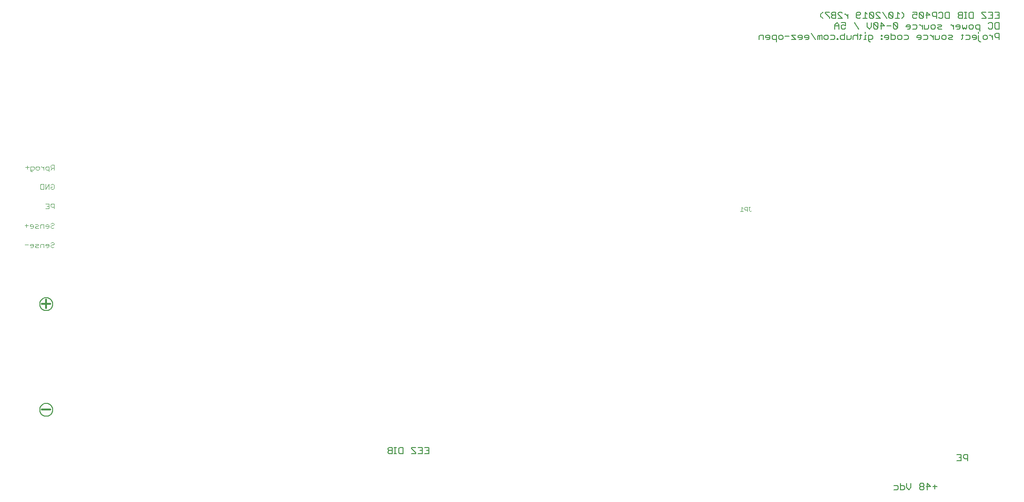
<source format=gbo>
G75*
%MOIN*%
%OFA0B0*%
%FSLAX25Y25*%
%IPPOS*%
%LPD*%
%AMOC8*
5,1,8,0,0,1.08239X$1,22.5*
%
%ADD10C,0.00500*%
%ADD11C,0.00400*%
%ADD12C,0.00800*%
%ADD13C,0.01200*%
%ADD14C,0.00300*%
D10*
X0365252Y0131113D02*
X0366002Y0130362D01*
X0368254Y0130362D01*
X0368254Y0134866D01*
X0366002Y0134866D01*
X0365252Y0134115D01*
X0365252Y0133365D01*
X0366002Y0132614D01*
X0368254Y0132614D01*
X0366002Y0132614D02*
X0365252Y0131863D01*
X0365252Y0131113D01*
X0369822Y0130362D02*
X0371324Y0130362D01*
X0370573Y0130362D02*
X0370573Y0134866D01*
X0371324Y0134866D02*
X0369822Y0134866D01*
X0372925Y0134115D02*
X0373676Y0134866D01*
X0375927Y0134866D01*
X0375927Y0130362D01*
X0373676Y0130362D01*
X0372925Y0131113D01*
X0372925Y0134115D01*
X0382133Y0134115D02*
X0385135Y0131113D01*
X0385135Y0130362D01*
X0382133Y0130362D01*
X0382133Y0134115D02*
X0382133Y0134866D01*
X0385135Y0134866D01*
X0386737Y0134866D02*
X0389739Y0134866D01*
X0389739Y0130362D01*
X0386737Y0130362D01*
X0388238Y0132614D02*
X0389739Y0132614D01*
X0391341Y0130362D02*
X0394343Y0130362D01*
X0394343Y0134866D01*
X0391341Y0134866D01*
X0392842Y0132614D02*
X0394343Y0132614D01*
X0724351Y0107849D02*
X0726603Y0107849D01*
X0727353Y0107098D01*
X0727353Y0105597D01*
X0726603Y0104846D01*
X0724351Y0104846D01*
X0728955Y0104846D02*
X0728955Y0109350D01*
X0728955Y0107849D02*
X0731207Y0107849D01*
X0731957Y0107098D01*
X0731957Y0105597D01*
X0731207Y0104846D01*
X0728955Y0104846D01*
X0733559Y0106348D02*
X0733559Y0109350D01*
X0733559Y0106348D02*
X0735060Y0104846D01*
X0736561Y0106348D01*
X0736561Y0109350D01*
X0742767Y0108600D02*
X0742767Y0107849D01*
X0743517Y0107098D01*
X0745019Y0107098D01*
X0745769Y0107849D01*
X0745769Y0108600D01*
X0745019Y0109350D01*
X0743517Y0109350D01*
X0742767Y0108600D01*
X0743517Y0107098D02*
X0742767Y0106348D01*
X0742767Y0105597D01*
X0743517Y0104846D01*
X0745019Y0104846D01*
X0745769Y0105597D01*
X0745769Y0106348D01*
X0745019Y0107098D01*
X0747371Y0107098D02*
X0750373Y0107098D01*
X0748121Y0109350D01*
X0748121Y0104846D01*
X0751974Y0107098D02*
X0754977Y0107098D01*
X0753476Y0105597D02*
X0753476Y0108600D01*
X0769237Y0125362D02*
X0772239Y0125362D01*
X0772239Y0129866D01*
X0769237Y0129866D01*
X0770738Y0127614D02*
X0772239Y0127614D01*
X0773841Y0127614D02*
X0774591Y0126863D01*
X0776843Y0126863D01*
X0776843Y0125362D02*
X0776843Y0129866D01*
X0774591Y0129866D01*
X0773841Y0129115D01*
X0773841Y0127614D01*
X0785298Y0422861D02*
X0784547Y0423612D01*
X0784547Y0427365D01*
X0784547Y0428866D02*
X0784547Y0429617D01*
X0785281Y0430361D02*
X0785281Y0434865D01*
X0783029Y0434865D01*
X0782279Y0434114D01*
X0782279Y0432613D01*
X0783029Y0431862D01*
X0785281Y0431862D01*
X0780677Y0432613D02*
X0779927Y0431862D01*
X0778426Y0431862D01*
X0777675Y0432613D01*
X0777675Y0434114D01*
X0778426Y0434865D01*
X0779927Y0434865D01*
X0780677Y0434114D01*
X0780677Y0432613D01*
X0776074Y0432613D02*
X0776074Y0434865D01*
X0776074Y0432613D02*
X0775323Y0431862D01*
X0774572Y0432613D01*
X0773822Y0431862D01*
X0773071Y0432613D01*
X0773071Y0434865D01*
X0771470Y0434114D02*
X0770719Y0434865D01*
X0769218Y0434865D01*
X0768467Y0434114D01*
X0768467Y0433363D01*
X0771470Y0433363D01*
X0771470Y0432613D02*
X0771470Y0434114D01*
X0771470Y0432613D02*
X0770719Y0431862D01*
X0769218Y0431862D01*
X0766866Y0431862D02*
X0766866Y0434865D01*
X0766866Y0433363D02*
X0765364Y0434865D01*
X0764614Y0434865D01*
X0763796Y0439362D02*
X0761545Y0439362D01*
X0760794Y0440113D01*
X0760794Y0443115D01*
X0761545Y0443866D01*
X0763796Y0443866D01*
X0763796Y0439362D01*
X0759192Y0440113D02*
X0759192Y0443115D01*
X0758442Y0443866D01*
X0756941Y0443866D01*
X0756190Y0443115D01*
X0754589Y0443866D02*
X0752337Y0443866D01*
X0751586Y0443115D01*
X0751586Y0441614D01*
X0752337Y0440863D01*
X0754589Y0440863D01*
X0754589Y0439362D02*
X0754589Y0443866D01*
X0756190Y0440113D02*
X0756941Y0439362D01*
X0758442Y0439362D01*
X0759192Y0440113D01*
X0757675Y0434865D02*
X0755423Y0434865D01*
X0756173Y0433363D02*
X0757675Y0433363D01*
X0758425Y0434114D01*
X0757675Y0434865D01*
X0756173Y0433363D02*
X0755423Y0432613D01*
X0756173Y0431862D01*
X0758425Y0431862D01*
X0759243Y0427365D02*
X0760744Y0427365D01*
X0761494Y0426614D01*
X0761494Y0425113D01*
X0760744Y0424362D01*
X0759243Y0424362D01*
X0758492Y0425113D01*
X0758492Y0426614D01*
X0759243Y0427365D01*
X0756891Y0427365D02*
X0756891Y0425113D01*
X0756140Y0424362D01*
X0753888Y0424362D01*
X0753888Y0427365D01*
X0752287Y0427365D02*
X0752287Y0424362D01*
X0752287Y0425863D02*
X0750785Y0427365D01*
X0750035Y0427365D01*
X0748450Y0426614D02*
X0748450Y0425113D01*
X0747699Y0424362D01*
X0745447Y0424362D01*
X0743846Y0425113D02*
X0743846Y0426614D01*
X0743095Y0427365D01*
X0741594Y0427365D01*
X0740844Y0426614D01*
X0740844Y0425863D01*
X0743846Y0425863D01*
X0743846Y0425113D02*
X0743095Y0424362D01*
X0741594Y0424362D01*
X0745447Y0427365D02*
X0747699Y0427365D01*
X0748450Y0426614D01*
X0748467Y0431862D02*
X0746215Y0431862D01*
X0746215Y0434865D01*
X0744613Y0434865D02*
X0744613Y0431862D01*
X0744613Y0433363D02*
X0743112Y0434865D01*
X0742361Y0434865D01*
X0740777Y0434114D02*
X0740777Y0432613D01*
X0740026Y0431862D01*
X0737774Y0431862D01*
X0736173Y0432613D02*
X0736173Y0434114D01*
X0735422Y0434865D01*
X0733921Y0434865D01*
X0733170Y0434114D01*
X0733170Y0433363D01*
X0736173Y0433363D01*
X0736173Y0432613D02*
X0735422Y0431862D01*
X0733921Y0431862D01*
X0733888Y0427365D02*
X0734638Y0426614D01*
X0734638Y0425113D01*
X0733888Y0424362D01*
X0731636Y0424362D01*
X0730034Y0425113D02*
X0729284Y0424362D01*
X0727782Y0424362D01*
X0727032Y0425113D01*
X0727032Y0426614D01*
X0727782Y0427365D01*
X0729284Y0427365D01*
X0730034Y0426614D01*
X0730034Y0425113D01*
X0731636Y0427365D02*
X0733888Y0427365D01*
X0725430Y0426614D02*
X0724680Y0427365D01*
X0722428Y0427365D01*
X0722428Y0428866D02*
X0722428Y0424362D01*
X0724680Y0424362D01*
X0725430Y0425113D01*
X0725430Y0426614D01*
X0720826Y0426614D02*
X0720076Y0427365D01*
X0718575Y0427365D01*
X0717824Y0426614D01*
X0717824Y0425863D01*
X0720826Y0425863D01*
X0720826Y0425113D02*
X0720826Y0426614D01*
X0720826Y0425113D02*
X0720076Y0424362D01*
X0718575Y0424362D01*
X0716223Y0424362D02*
X0716223Y0425113D01*
X0715472Y0425113D01*
X0715472Y0424362D01*
X0716223Y0424362D01*
X0716223Y0426614D02*
X0716223Y0427365D01*
X0715472Y0427365D01*
X0715472Y0426614D01*
X0716223Y0426614D01*
X0715505Y0431862D02*
X0715505Y0436366D01*
X0717757Y0434114D01*
X0714755Y0434114D01*
X0713153Y0432613D02*
X0713153Y0435615D01*
X0712403Y0436366D01*
X0710901Y0436366D01*
X0710151Y0435615D01*
X0713153Y0432613D01*
X0712403Y0431862D01*
X0710901Y0431862D01*
X0710151Y0432613D01*
X0710151Y0435615D01*
X0708549Y0436366D02*
X0708549Y0433363D01*
X0707048Y0431862D01*
X0705547Y0433363D01*
X0705547Y0436366D01*
X0705480Y0439362D02*
X0702477Y0439362D01*
X0703979Y0439362D02*
X0703979Y0443866D01*
X0705480Y0442365D01*
X0707081Y0443115D02*
X0710084Y0440113D01*
X0709333Y0439362D01*
X0707832Y0439362D01*
X0707081Y0440113D01*
X0707081Y0443115D01*
X0707832Y0443866D01*
X0709333Y0443866D01*
X0710084Y0443115D01*
X0710084Y0440113D01*
X0711685Y0439362D02*
X0714688Y0439362D01*
X0711685Y0442365D01*
X0711685Y0443115D01*
X0712436Y0443866D01*
X0713937Y0443866D01*
X0714688Y0443115D01*
X0716289Y0443866D02*
X0719292Y0439362D01*
X0720893Y0440113D02*
X0720893Y0443115D01*
X0723896Y0440113D01*
X0723145Y0439362D01*
X0721644Y0439362D01*
X0720893Y0440113D01*
X0720893Y0443115D02*
X0721644Y0443866D01*
X0723145Y0443866D01*
X0723896Y0443115D01*
X0723896Y0440113D01*
X0725497Y0439362D02*
X0728500Y0439362D01*
X0726998Y0439362D02*
X0726998Y0443866D01*
X0728500Y0442365D01*
X0730068Y0443866D02*
X0731569Y0442365D01*
X0731569Y0440863D01*
X0730068Y0439362D01*
X0726965Y0435615D02*
X0726214Y0436366D01*
X0724713Y0436366D01*
X0723962Y0435615D01*
X0726965Y0432613D01*
X0726214Y0431862D01*
X0724713Y0431862D01*
X0723962Y0432613D01*
X0723962Y0435615D01*
X0722361Y0434114D02*
X0719359Y0434114D01*
X0726965Y0432613D02*
X0726965Y0435615D01*
X0737774Y0434865D02*
X0740026Y0434865D01*
X0740777Y0434114D01*
X0740026Y0439362D02*
X0740777Y0440113D01*
X0740026Y0439362D02*
X0738525Y0439362D01*
X0737774Y0440113D01*
X0737774Y0441614D01*
X0738525Y0442365D01*
X0739276Y0442365D01*
X0740777Y0441614D01*
X0740777Y0443866D01*
X0737774Y0443866D01*
X0742378Y0443115D02*
X0745381Y0440113D01*
X0744630Y0439362D01*
X0743129Y0439362D01*
X0742378Y0440113D01*
X0742378Y0443115D01*
X0743129Y0443866D01*
X0744630Y0443866D01*
X0745381Y0443115D01*
X0745381Y0440113D01*
X0746982Y0441614D02*
X0749985Y0441614D01*
X0747733Y0443866D01*
X0747733Y0439362D01*
X0749217Y0434865D02*
X0749217Y0432613D01*
X0748467Y0431862D01*
X0750819Y0432613D02*
X0750819Y0434114D01*
X0751569Y0434865D01*
X0753071Y0434865D01*
X0753821Y0434114D01*
X0753821Y0432613D01*
X0753071Y0431862D01*
X0751569Y0431862D01*
X0750819Y0432613D01*
X0763096Y0427365D02*
X0765348Y0427365D01*
X0766098Y0426614D01*
X0765348Y0425863D01*
X0763846Y0425863D01*
X0763096Y0425113D01*
X0763846Y0424362D01*
X0766098Y0424362D01*
X0772270Y0424362D02*
X0773021Y0425113D01*
X0773021Y0428115D01*
X0773772Y0427365D02*
X0772270Y0427365D01*
X0775373Y0427365D02*
X0777625Y0427365D01*
X0778376Y0426614D01*
X0778376Y0425113D01*
X0777625Y0424362D01*
X0775373Y0424362D01*
X0779977Y0425863D02*
X0782979Y0425863D01*
X0782979Y0425113D02*
X0782979Y0426614D01*
X0782229Y0427365D01*
X0780728Y0427365D01*
X0779977Y0426614D01*
X0779977Y0425863D01*
X0780728Y0424362D02*
X0782229Y0424362D01*
X0782979Y0425113D01*
X0785298Y0422861D02*
X0786049Y0422861D01*
X0787650Y0425113D02*
X0787650Y0426614D01*
X0788401Y0427365D01*
X0789902Y0427365D01*
X0790653Y0426614D01*
X0790653Y0425113D01*
X0789902Y0424362D01*
X0788401Y0424362D01*
X0787650Y0425113D01*
X0792237Y0427365D02*
X0792988Y0427365D01*
X0794489Y0425863D01*
X0794489Y0424362D02*
X0794489Y0427365D01*
X0796091Y0428115D02*
X0796841Y0428866D01*
X0799093Y0428866D01*
X0799093Y0424362D01*
X0799093Y0425863D02*
X0796841Y0425863D01*
X0796091Y0426614D01*
X0796091Y0428115D01*
X0796841Y0431862D02*
X0796091Y0432613D01*
X0796091Y0435615D01*
X0796841Y0436366D01*
X0799093Y0436366D01*
X0799093Y0431862D01*
X0796841Y0431862D01*
X0794489Y0432613D02*
X0794489Y0435615D01*
X0793739Y0436366D01*
X0792237Y0436366D01*
X0791487Y0435615D01*
X0791487Y0432613D02*
X0792237Y0431862D01*
X0793739Y0431862D01*
X0794489Y0432613D01*
X0794489Y0439362D02*
X0791487Y0439362D01*
X0789885Y0439362D02*
X0786883Y0439362D01*
X0789885Y0439362D02*
X0789885Y0440113D01*
X0786883Y0443115D01*
X0786883Y0443866D01*
X0789885Y0443866D01*
X0791487Y0443866D02*
X0794489Y0443866D01*
X0794489Y0439362D01*
X0796091Y0439362D02*
X0799093Y0439362D01*
X0799093Y0443866D01*
X0796091Y0443866D01*
X0797592Y0441614D02*
X0799093Y0441614D01*
X0794489Y0441614D02*
X0792988Y0441614D01*
X0780677Y0443866D02*
X0780677Y0439362D01*
X0778426Y0439362D01*
X0777675Y0440113D01*
X0777675Y0443115D01*
X0778426Y0443866D01*
X0780677Y0443866D01*
X0776074Y0443866D02*
X0774572Y0443866D01*
X0775323Y0443866D02*
X0775323Y0439362D01*
X0776074Y0439362D02*
X0774572Y0439362D01*
X0773004Y0439362D02*
X0770752Y0439362D01*
X0770002Y0440113D01*
X0770002Y0440863D01*
X0770752Y0441614D01*
X0773004Y0441614D01*
X0770752Y0441614D02*
X0770002Y0442365D01*
X0770002Y0443115D01*
X0770752Y0443866D01*
X0773004Y0443866D01*
X0773004Y0439362D01*
X0709317Y0426614D02*
X0709317Y0425113D01*
X0708566Y0424362D01*
X0706314Y0424362D01*
X0706314Y0423612D02*
X0706314Y0427365D01*
X0708566Y0427365D01*
X0709317Y0426614D01*
X0707815Y0422861D02*
X0707065Y0422861D01*
X0706314Y0423612D01*
X0704713Y0424362D02*
X0703211Y0424362D01*
X0703962Y0424362D02*
X0703962Y0427365D01*
X0704713Y0427365D01*
X0703962Y0428866D02*
X0703962Y0429617D01*
X0701643Y0427365D02*
X0700142Y0427365D01*
X0700893Y0428115D02*
X0700893Y0425113D01*
X0700142Y0424362D01*
X0698574Y0424362D02*
X0698574Y0428866D01*
X0697824Y0427365D02*
X0696322Y0427365D01*
X0695572Y0426614D01*
X0695572Y0424362D01*
X0693970Y0425113D02*
X0693220Y0424362D01*
X0690968Y0424362D01*
X0690968Y0427365D01*
X0689366Y0427365D02*
X0687114Y0427365D01*
X0686364Y0426614D01*
X0686364Y0425113D01*
X0687114Y0424362D01*
X0689366Y0424362D01*
X0689366Y0428866D01*
X0689383Y0431862D02*
X0690134Y0432613D01*
X0689383Y0431862D02*
X0687882Y0431862D01*
X0687131Y0432613D01*
X0687131Y0434114D01*
X0687882Y0434865D01*
X0688632Y0434865D01*
X0690134Y0434114D01*
X0690134Y0436366D01*
X0687131Y0436366D01*
X0685530Y0434865D02*
X0685530Y0431862D01*
X0685530Y0434114D02*
X0682527Y0434114D01*
X0682527Y0434865D02*
X0682527Y0431862D01*
X0682527Y0434865D02*
X0684028Y0436366D01*
X0685530Y0434865D01*
X0684829Y0439362D02*
X0687832Y0439362D01*
X0684829Y0442365D01*
X0684829Y0443115D01*
X0685580Y0443866D01*
X0687081Y0443866D01*
X0687832Y0443115D01*
X0689416Y0442365D02*
X0690167Y0442365D01*
X0691668Y0440863D01*
X0691668Y0439362D02*
X0691668Y0442365D01*
X0697874Y0443115D02*
X0698624Y0443866D01*
X0700125Y0443866D01*
X0700876Y0443115D01*
X0700876Y0442365D01*
X0700125Y0441614D01*
X0697874Y0441614D01*
X0697874Y0440113D02*
X0697874Y0443115D01*
X0697874Y0440113D02*
X0698624Y0439362D01*
X0700125Y0439362D01*
X0700876Y0440113D01*
X0696339Y0436366D02*
X0699341Y0431862D01*
X0697824Y0427365D02*
X0698574Y0426614D01*
X0693970Y0427365D02*
X0693970Y0425113D01*
X0684762Y0425113D02*
X0684012Y0425113D01*
X0684012Y0424362D01*
X0684762Y0424362D01*
X0684762Y0425113D01*
X0682460Y0425113D02*
X0681710Y0424362D01*
X0679458Y0424362D01*
X0677857Y0425113D02*
X0677106Y0424362D01*
X0675605Y0424362D01*
X0674854Y0425113D01*
X0674854Y0426614D01*
X0675605Y0427365D01*
X0677106Y0427365D01*
X0677857Y0426614D01*
X0677857Y0425113D01*
X0679458Y0427365D02*
X0681710Y0427365D01*
X0682460Y0426614D01*
X0682460Y0425113D01*
X0673253Y0424362D02*
X0673253Y0427365D01*
X0672502Y0427365D01*
X0671751Y0426614D01*
X0671001Y0427365D01*
X0670250Y0426614D01*
X0670250Y0424362D01*
X0671751Y0424362D02*
X0671751Y0426614D01*
X0668649Y0424362D02*
X0665646Y0428866D01*
X0664045Y0426614D02*
X0663294Y0427365D01*
X0661793Y0427365D01*
X0661042Y0426614D01*
X0661042Y0425863D01*
X0664045Y0425863D01*
X0664045Y0425113D02*
X0664045Y0426614D01*
X0664045Y0425113D02*
X0663294Y0424362D01*
X0661793Y0424362D01*
X0659441Y0425113D02*
X0659441Y0426614D01*
X0658690Y0427365D01*
X0657189Y0427365D01*
X0656438Y0426614D01*
X0656438Y0425863D01*
X0659441Y0425863D01*
X0659441Y0425113D02*
X0658690Y0424362D01*
X0657189Y0424362D01*
X0654837Y0424362D02*
X0651834Y0424362D01*
X0650233Y0426614D02*
X0647230Y0426614D01*
X0645629Y0426614D02*
X0645629Y0425113D01*
X0644878Y0424362D01*
X0643377Y0424362D01*
X0642626Y0425113D01*
X0642626Y0426614D01*
X0643377Y0427365D01*
X0644878Y0427365D01*
X0645629Y0426614D01*
X0641025Y0427365D02*
X0641025Y0422861D01*
X0641025Y0424362D02*
X0638773Y0424362D01*
X0638023Y0425113D01*
X0638023Y0426614D01*
X0638773Y0427365D01*
X0641025Y0427365D01*
X0636421Y0426614D02*
X0635671Y0427365D01*
X0634169Y0427365D01*
X0633419Y0426614D01*
X0633419Y0425863D01*
X0636421Y0425863D01*
X0636421Y0425113D02*
X0636421Y0426614D01*
X0636421Y0425113D02*
X0635671Y0424362D01*
X0634169Y0424362D01*
X0631817Y0424362D02*
X0631817Y0427365D01*
X0629565Y0427365D01*
X0628815Y0426614D01*
X0628815Y0424362D01*
X0651834Y0427365D02*
X0654837Y0424362D01*
X0654837Y0427365D02*
X0651834Y0427365D01*
X0672519Y0440863D02*
X0672519Y0442365D01*
X0674020Y0443866D01*
X0675621Y0443866D02*
X0675621Y0443115D01*
X0678624Y0440113D01*
X0678624Y0439362D01*
X0680225Y0440113D02*
X0680976Y0439362D01*
X0683228Y0439362D01*
X0683228Y0443866D01*
X0680976Y0443866D01*
X0680225Y0443115D01*
X0680225Y0442365D01*
X0680976Y0441614D01*
X0683228Y0441614D01*
X0680976Y0441614D02*
X0680225Y0440863D01*
X0680225Y0440113D01*
X0678624Y0443866D02*
X0675621Y0443866D01*
X0672519Y0440863D02*
X0674020Y0439362D01*
D11*
X0128393Y0335415D02*
X0126592Y0335415D01*
X0125991Y0334815D01*
X0125991Y0333614D01*
X0126592Y0333013D01*
X0128393Y0333013D01*
X0128393Y0331812D02*
X0128393Y0335415D01*
X0127192Y0333013D02*
X0125991Y0331812D01*
X0124710Y0331812D02*
X0122908Y0331812D01*
X0122308Y0332413D01*
X0122308Y0333614D01*
X0122908Y0334214D01*
X0124710Y0334214D01*
X0124710Y0330611D01*
X0121027Y0331812D02*
X0121027Y0334214D01*
X0121027Y0333013D02*
X0119826Y0334214D01*
X0119225Y0334214D01*
X0117958Y0333614D02*
X0117958Y0332413D01*
X0117357Y0331812D01*
X0116156Y0331812D01*
X0115556Y0332413D01*
X0115556Y0333614D01*
X0116156Y0334214D01*
X0117357Y0334214D01*
X0117958Y0333614D01*
X0114274Y0333614D02*
X0114274Y0332413D01*
X0113674Y0331812D01*
X0111872Y0331812D01*
X0111872Y0331212D02*
X0111872Y0334214D01*
X0113674Y0334214D01*
X0114274Y0333614D01*
X0113073Y0330611D02*
X0112473Y0330611D01*
X0111872Y0331212D01*
X0110591Y0333614D02*
X0108189Y0333614D01*
X0109390Y0334815D02*
X0109390Y0332413D01*
X0119225Y0321665D02*
X0121027Y0321665D01*
X0121027Y0318062D01*
X0119225Y0318062D01*
X0118625Y0318663D01*
X0118625Y0321065D01*
X0119225Y0321665D01*
X0122308Y0321665D02*
X0122308Y0318062D01*
X0124710Y0321665D01*
X0124710Y0318062D01*
X0125991Y0318663D02*
X0125991Y0319864D01*
X0127192Y0319864D01*
X0125991Y0321065D02*
X0126592Y0321665D01*
X0127793Y0321665D01*
X0128393Y0321065D01*
X0128393Y0318663D01*
X0127793Y0318062D01*
X0126592Y0318062D01*
X0125991Y0318663D01*
X0126592Y0307915D02*
X0125991Y0307315D01*
X0125991Y0306114D01*
X0126592Y0305513D01*
X0128393Y0305513D01*
X0128393Y0304312D02*
X0128393Y0307915D01*
X0126592Y0307915D01*
X0124710Y0307915D02*
X0124710Y0304312D01*
X0122308Y0304312D01*
X0123509Y0306114D02*
X0124710Y0306114D01*
X0124710Y0307915D02*
X0122308Y0307915D01*
X0126592Y0294165D02*
X0127793Y0294165D01*
X0128393Y0293565D01*
X0128393Y0292964D01*
X0127793Y0292364D01*
X0126592Y0292364D01*
X0125991Y0291763D01*
X0125991Y0291163D01*
X0126592Y0290562D01*
X0127793Y0290562D01*
X0128393Y0291163D01*
X0125991Y0293565D02*
X0126592Y0294165D01*
X0124710Y0292364D02*
X0124710Y0291163D01*
X0124110Y0290562D01*
X0122908Y0290562D01*
X0122308Y0291763D02*
X0124710Y0291763D01*
X0124710Y0292364D02*
X0124110Y0292964D01*
X0122908Y0292964D01*
X0122308Y0292364D01*
X0122308Y0291763D01*
X0121027Y0290562D02*
X0121027Y0292964D01*
X0119225Y0292964D01*
X0118625Y0292364D01*
X0118625Y0290562D01*
X0117344Y0290562D02*
X0115542Y0290562D01*
X0114942Y0291163D01*
X0115542Y0291763D01*
X0116743Y0291763D01*
X0117344Y0292364D01*
X0116743Y0292964D01*
X0114942Y0292964D01*
X0113661Y0292364D02*
X0113060Y0292964D01*
X0111859Y0292964D01*
X0111259Y0292364D01*
X0111259Y0291763D01*
X0113661Y0291763D01*
X0113661Y0291163D02*
X0113661Y0292364D01*
X0113661Y0291163D02*
X0113060Y0290562D01*
X0111859Y0290562D01*
X0109977Y0292364D02*
X0107575Y0292364D01*
X0108776Y0293565D02*
X0108776Y0291163D01*
X0111859Y0279214D02*
X0111259Y0278614D01*
X0111259Y0278013D01*
X0113661Y0278013D01*
X0113661Y0277413D02*
X0113661Y0278614D01*
X0113060Y0279214D01*
X0111859Y0279214D01*
X0109977Y0278614D02*
X0107575Y0278614D01*
X0111859Y0276812D02*
X0113060Y0276812D01*
X0113661Y0277413D01*
X0114942Y0277413D02*
X0115542Y0278013D01*
X0116743Y0278013D01*
X0117344Y0278614D01*
X0116743Y0279214D01*
X0114942Y0279214D01*
X0114942Y0277413D02*
X0115542Y0276812D01*
X0117344Y0276812D01*
X0118625Y0276812D02*
X0118625Y0278614D01*
X0119225Y0279214D01*
X0121027Y0279214D01*
X0121027Y0276812D01*
X0122308Y0278013D02*
X0124710Y0278013D01*
X0124710Y0277413D02*
X0124710Y0278614D01*
X0124110Y0279214D01*
X0122908Y0279214D01*
X0122308Y0278614D01*
X0122308Y0278013D01*
X0122908Y0276812D02*
X0124110Y0276812D01*
X0124710Y0277413D01*
X0125991Y0277413D02*
X0126592Y0276812D01*
X0127793Y0276812D01*
X0128393Y0277413D01*
X0127793Y0278614D02*
X0126592Y0278614D01*
X0125991Y0278013D01*
X0125991Y0277413D01*
X0127793Y0278614D02*
X0128393Y0279214D01*
X0128393Y0279815D01*
X0127793Y0280415D01*
X0126592Y0280415D01*
X0125991Y0279815D01*
D12*
X0118243Y0236612D02*
X0118245Y0236747D01*
X0118251Y0236882D01*
X0118261Y0237017D01*
X0118275Y0237151D01*
X0118292Y0237285D01*
X0118314Y0237418D01*
X0118340Y0237551D01*
X0118369Y0237683D01*
X0118403Y0237813D01*
X0118440Y0237943D01*
X0118481Y0238072D01*
X0118526Y0238199D01*
X0118574Y0238325D01*
X0118626Y0238450D01*
X0118682Y0238573D01*
X0118741Y0238694D01*
X0118804Y0238814D01*
X0118871Y0238931D01*
X0118940Y0239047D01*
X0119014Y0239161D01*
X0119090Y0239272D01*
X0119170Y0239381D01*
X0119253Y0239488D01*
X0119339Y0239592D01*
X0119428Y0239693D01*
X0119519Y0239792D01*
X0119614Y0239888D01*
X0119712Y0239982D01*
X0119812Y0240072D01*
X0119915Y0240160D01*
X0120020Y0240244D01*
X0120128Y0240326D01*
X0120238Y0240404D01*
X0120351Y0240478D01*
X0120465Y0240550D01*
X0120582Y0240618D01*
X0120701Y0240683D01*
X0120821Y0240744D01*
X0120943Y0240801D01*
X0121067Y0240855D01*
X0121192Y0240906D01*
X0121319Y0240952D01*
X0121447Y0240995D01*
X0121577Y0241034D01*
X0121707Y0241069D01*
X0121838Y0241101D01*
X0121970Y0241128D01*
X0122103Y0241152D01*
X0122237Y0241172D01*
X0122371Y0241188D01*
X0122506Y0241200D01*
X0122640Y0241208D01*
X0122775Y0241212D01*
X0122911Y0241212D01*
X0123046Y0241208D01*
X0123180Y0241200D01*
X0123315Y0241188D01*
X0123449Y0241172D01*
X0123583Y0241152D01*
X0123716Y0241128D01*
X0123848Y0241101D01*
X0123979Y0241069D01*
X0124109Y0241034D01*
X0124239Y0240995D01*
X0124367Y0240952D01*
X0124494Y0240906D01*
X0124619Y0240855D01*
X0124743Y0240801D01*
X0124865Y0240744D01*
X0124985Y0240683D01*
X0125104Y0240618D01*
X0125221Y0240550D01*
X0125335Y0240478D01*
X0125448Y0240404D01*
X0125558Y0240326D01*
X0125666Y0240244D01*
X0125771Y0240160D01*
X0125874Y0240072D01*
X0125974Y0239982D01*
X0126072Y0239888D01*
X0126167Y0239792D01*
X0126258Y0239693D01*
X0126347Y0239592D01*
X0126433Y0239488D01*
X0126516Y0239381D01*
X0126596Y0239272D01*
X0126672Y0239161D01*
X0126746Y0239047D01*
X0126815Y0238931D01*
X0126882Y0238814D01*
X0126945Y0238694D01*
X0127004Y0238573D01*
X0127060Y0238450D01*
X0127112Y0238325D01*
X0127160Y0238199D01*
X0127205Y0238072D01*
X0127246Y0237943D01*
X0127283Y0237813D01*
X0127317Y0237683D01*
X0127346Y0237551D01*
X0127372Y0237418D01*
X0127394Y0237285D01*
X0127411Y0237151D01*
X0127425Y0237017D01*
X0127435Y0236882D01*
X0127441Y0236747D01*
X0127443Y0236612D01*
X0127441Y0236477D01*
X0127435Y0236342D01*
X0127425Y0236207D01*
X0127411Y0236073D01*
X0127394Y0235939D01*
X0127372Y0235806D01*
X0127346Y0235673D01*
X0127317Y0235541D01*
X0127283Y0235411D01*
X0127246Y0235281D01*
X0127205Y0235152D01*
X0127160Y0235025D01*
X0127112Y0234899D01*
X0127060Y0234774D01*
X0127004Y0234651D01*
X0126945Y0234530D01*
X0126882Y0234410D01*
X0126815Y0234293D01*
X0126746Y0234177D01*
X0126672Y0234063D01*
X0126596Y0233952D01*
X0126516Y0233843D01*
X0126433Y0233736D01*
X0126347Y0233632D01*
X0126258Y0233531D01*
X0126167Y0233432D01*
X0126072Y0233336D01*
X0125974Y0233242D01*
X0125874Y0233152D01*
X0125771Y0233064D01*
X0125666Y0232980D01*
X0125558Y0232898D01*
X0125448Y0232820D01*
X0125335Y0232746D01*
X0125221Y0232674D01*
X0125104Y0232606D01*
X0124985Y0232541D01*
X0124865Y0232480D01*
X0124743Y0232423D01*
X0124619Y0232369D01*
X0124494Y0232318D01*
X0124367Y0232272D01*
X0124239Y0232229D01*
X0124109Y0232190D01*
X0123979Y0232155D01*
X0123848Y0232123D01*
X0123716Y0232096D01*
X0123583Y0232072D01*
X0123449Y0232052D01*
X0123315Y0232036D01*
X0123180Y0232024D01*
X0123046Y0232016D01*
X0122911Y0232012D01*
X0122775Y0232012D01*
X0122640Y0232016D01*
X0122506Y0232024D01*
X0122371Y0232036D01*
X0122237Y0232052D01*
X0122103Y0232072D01*
X0121970Y0232096D01*
X0121838Y0232123D01*
X0121707Y0232155D01*
X0121577Y0232190D01*
X0121447Y0232229D01*
X0121319Y0232272D01*
X0121192Y0232318D01*
X0121067Y0232369D01*
X0120943Y0232423D01*
X0120821Y0232480D01*
X0120701Y0232541D01*
X0120582Y0232606D01*
X0120465Y0232674D01*
X0120351Y0232746D01*
X0120238Y0232820D01*
X0120128Y0232898D01*
X0120020Y0232980D01*
X0119915Y0233064D01*
X0119812Y0233152D01*
X0119712Y0233242D01*
X0119614Y0233336D01*
X0119519Y0233432D01*
X0119428Y0233531D01*
X0119339Y0233632D01*
X0119253Y0233736D01*
X0119170Y0233843D01*
X0119090Y0233952D01*
X0119014Y0234063D01*
X0118940Y0234177D01*
X0118871Y0234293D01*
X0118804Y0234410D01*
X0118741Y0234530D01*
X0118682Y0234651D01*
X0118626Y0234774D01*
X0118574Y0234899D01*
X0118526Y0235025D01*
X0118481Y0235152D01*
X0118440Y0235281D01*
X0118403Y0235411D01*
X0118369Y0235541D01*
X0118340Y0235673D01*
X0118314Y0235806D01*
X0118292Y0235939D01*
X0118275Y0236073D01*
X0118261Y0236207D01*
X0118251Y0236342D01*
X0118245Y0236477D01*
X0118243Y0236612D01*
X0118243Y0161612D02*
X0118245Y0161747D01*
X0118251Y0161882D01*
X0118261Y0162017D01*
X0118275Y0162151D01*
X0118292Y0162285D01*
X0118314Y0162418D01*
X0118340Y0162551D01*
X0118369Y0162683D01*
X0118403Y0162813D01*
X0118440Y0162943D01*
X0118481Y0163072D01*
X0118526Y0163199D01*
X0118574Y0163325D01*
X0118626Y0163450D01*
X0118682Y0163573D01*
X0118741Y0163694D01*
X0118804Y0163814D01*
X0118871Y0163931D01*
X0118940Y0164047D01*
X0119014Y0164161D01*
X0119090Y0164272D01*
X0119170Y0164381D01*
X0119253Y0164488D01*
X0119339Y0164592D01*
X0119428Y0164693D01*
X0119519Y0164792D01*
X0119614Y0164888D01*
X0119712Y0164982D01*
X0119812Y0165072D01*
X0119915Y0165160D01*
X0120020Y0165244D01*
X0120128Y0165326D01*
X0120238Y0165404D01*
X0120351Y0165478D01*
X0120465Y0165550D01*
X0120582Y0165618D01*
X0120701Y0165683D01*
X0120821Y0165744D01*
X0120943Y0165801D01*
X0121067Y0165855D01*
X0121192Y0165906D01*
X0121319Y0165952D01*
X0121447Y0165995D01*
X0121577Y0166034D01*
X0121707Y0166069D01*
X0121838Y0166101D01*
X0121970Y0166128D01*
X0122103Y0166152D01*
X0122237Y0166172D01*
X0122371Y0166188D01*
X0122506Y0166200D01*
X0122640Y0166208D01*
X0122775Y0166212D01*
X0122911Y0166212D01*
X0123046Y0166208D01*
X0123180Y0166200D01*
X0123315Y0166188D01*
X0123449Y0166172D01*
X0123583Y0166152D01*
X0123716Y0166128D01*
X0123848Y0166101D01*
X0123979Y0166069D01*
X0124109Y0166034D01*
X0124239Y0165995D01*
X0124367Y0165952D01*
X0124494Y0165906D01*
X0124619Y0165855D01*
X0124743Y0165801D01*
X0124865Y0165744D01*
X0124985Y0165683D01*
X0125104Y0165618D01*
X0125221Y0165550D01*
X0125335Y0165478D01*
X0125448Y0165404D01*
X0125558Y0165326D01*
X0125666Y0165244D01*
X0125771Y0165160D01*
X0125874Y0165072D01*
X0125974Y0164982D01*
X0126072Y0164888D01*
X0126167Y0164792D01*
X0126258Y0164693D01*
X0126347Y0164592D01*
X0126433Y0164488D01*
X0126516Y0164381D01*
X0126596Y0164272D01*
X0126672Y0164161D01*
X0126746Y0164047D01*
X0126815Y0163931D01*
X0126882Y0163814D01*
X0126945Y0163694D01*
X0127004Y0163573D01*
X0127060Y0163450D01*
X0127112Y0163325D01*
X0127160Y0163199D01*
X0127205Y0163072D01*
X0127246Y0162943D01*
X0127283Y0162813D01*
X0127317Y0162683D01*
X0127346Y0162551D01*
X0127372Y0162418D01*
X0127394Y0162285D01*
X0127411Y0162151D01*
X0127425Y0162017D01*
X0127435Y0161882D01*
X0127441Y0161747D01*
X0127443Y0161612D01*
X0127441Y0161477D01*
X0127435Y0161342D01*
X0127425Y0161207D01*
X0127411Y0161073D01*
X0127394Y0160939D01*
X0127372Y0160806D01*
X0127346Y0160673D01*
X0127317Y0160541D01*
X0127283Y0160411D01*
X0127246Y0160281D01*
X0127205Y0160152D01*
X0127160Y0160025D01*
X0127112Y0159899D01*
X0127060Y0159774D01*
X0127004Y0159651D01*
X0126945Y0159530D01*
X0126882Y0159410D01*
X0126815Y0159293D01*
X0126746Y0159177D01*
X0126672Y0159063D01*
X0126596Y0158952D01*
X0126516Y0158843D01*
X0126433Y0158736D01*
X0126347Y0158632D01*
X0126258Y0158531D01*
X0126167Y0158432D01*
X0126072Y0158336D01*
X0125974Y0158242D01*
X0125874Y0158152D01*
X0125771Y0158064D01*
X0125666Y0157980D01*
X0125558Y0157898D01*
X0125448Y0157820D01*
X0125335Y0157746D01*
X0125221Y0157674D01*
X0125104Y0157606D01*
X0124985Y0157541D01*
X0124865Y0157480D01*
X0124743Y0157423D01*
X0124619Y0157369D01*
X0124494Y0157318D01*
X0124367Y0157272D01*
X0124239Y0157229D01*
X0124109Y0157190D01*
X0123979Y0157155D01*
X0123848Y0157123D01*
X0123716Y0157096D01*
X0123583Y0157072D01*
X0123449Y0157052D01*
X0123315Y0157036D01*
X0123180Y0157024D01*
X0123046Y0157016D01*
X0122911Y0157012D01*
X0122775Y0157012D01*
X0122640Y0157016D01*
X0122506Y0157024D01*
X0122371Y0157036D01*
X0122237Y0157052D01*
X0122103Y0157072D01*
X0121970Y0157096D01*
X0121838Y0157123D01*
X0121707Y0157155D01*
X0121577Y0157190D01*
X0121447Y0157229D01*
X0121319Y0157272D01*
X0121192Y0157318D01*
X0121067Y0157369D01*
X0120943Y0157423D01*
X0120821Y0157480D01*
X0120701Y0157541D01*
X0120582Y0157606D01*
X0120465Y0157674D01*
X0120351Y0157746D01*
X0120238Y0157820D01*
X0120128Y0157898D01*
X0120020Y0157980D01*
X0119915Y0158064D01*
X0119812Y0158152D01*
X0119712Y0158242D01*
X0119614Y0158336D01*
X0119519Y0158432D01*
X0119428Y0158531D01*
X0119339Y0158632D01*
X0119253Y0158736D01*
X0119170Y0158843D01*
X0119090Y0158952D01*
X0119014Y0159063D01*
X0118940Y0159177D01*
X0118871Y0159293D01*
X0118804Y0159410D01*
X0118741Y0159530D01*
X0118682Y0159651D01*
X0118626Y0159774D01*
X0118574Y0159899D01*
X0118526Y0160025D01*
X0118481Y0160152D01*
X0118440Y0160281D01*
X0118403Y0160411D01*
X0118369Y0160541D01*
X0118340Y0160673D01*
X0118314Y0160806D01*
X0118292Y0160939D01*
X0118275Y0161073D01*
X0118261Y0161207D01*
X0118251Y0161342D01*
X0118245Y0161477D01*
X0118243Y0161612D01*
D13*
X0119843Y0161612D02*
X0125843Y0161612D01*
X0122843Y0233612D02*
X0122843Y0239612D01*
X0119843Y0236612D02*
X0125843Y0236612D01*
D14*
X0615455Y0302562D02*
X0617390Y0302562D01*
X0616422Y0302562D02*
X0616422Y0305465D01*
X0617390Y0304497D01*
X0618401Y0304013D02*
X0618885Y0303530D01*
X0620336Y0303530D01*
X0620336Y0302562D02*
X0620336Y0305465D01*
X0618885Y0305465D01*
X0618401Y0304981D01*
X0618401Y0304013D01*
X0621348Y0305465D02*
X0622315Y0305465D01*
X0621831Y0305465D02*
X0621831Y0303046D01*
X0622315Y0302562D01*
X0622799Y0302562D01*
X0623283Y0303046D01*
M02*

</source>
